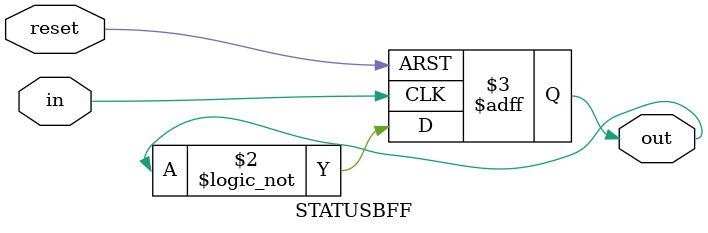
<source format=v>
module STATUS (
	BASECK, SVMOD, SVMODUSER, ALT1, SELFMODE, HLTST, STPST, CPURESETB, TRESET_B, WAITEXM,
	EVAOSCMCLK, CPUSCLK, CPUTMCLK, TCCONNECT_B, EACONNECT_B, TVDDON, TVDDSEL, TBTSELOUT,
	LEDTVDD_B, LEDCLOCK_B, LEDRUN_B, LEDRESET_B, LEDSTANDBY_B, LEDWAIT_B,
	WDOP, CPURD, CPUWR,
	MA15, MA14, MA13, MA12, MA11, MA10, MA9, MA8, MA7, MA6, MA5, MA4, MA3, MA2, MA1, MA0,
	MDW15, MDW14, MDW13, MDW12, MDW11, MDW10, MDW9, MDW8, MDW7, MDW6, MDW5, MDW4, MDW3, MDW2, MDW1, MDW0,
	STATEMDR15, STATEMDR14, STATEMDR13, STATEMDR12, STATEMDR11, STATEMDR10, STATEMDR9,STATEMDR8,
	STATEMDR7, STATEMDR6, STATEMDR5, STATEMDR4, STATEMDR3, STATEMDR2, STATEMDR1, STATEMDR0,
	ICEIFA31, ICEIFA30, ICEIFA29, ICEIFA28, ICEIFA27, ICEIFA26, ICEIFA25, ICEIFA24,
	ICEIFA23, ICEIFA22, ICEIFA21, ICEIFA20, ICEIFA19, ICEIFA18, ICEIFA17, ICEIFA16,
	ICEIFA15, ICEIFA14, ICEIFA13, ICEIFA12, ICEIFA11, ICEIFA10, ICEIFA9, ICEIFA8,
	ICEIFA7, ICEIFA6, ICEIFA5, ICEIFA4, ICEIFA3, ICEIFA2, ICEIFA1, ICEIFA0,
	ICEDI31, ICEDI30, ICEDI29, ICEDI28, ICEDI27, ICEDI26, ICEDI25, ICEDI24,
	ICEDI23, ICEDI22, ICEDI21, ICEDI20, ICEDI19, ICEDI18, ICEDI17, ICEDI16,
	ICEDI15, ICEDI14, ICEDI13, ICEDI12, ICEDI11, ICEDI10, ICEDI9, ICEDI8,
	ICEDI7, ICEDI6, ICEDI5, ICEDI4, ICEDI3, ICEDI2, ICEDI1, ICEDI0,
	ICEDO31, ICEDO30, ICEDO29, ICEDO28, ICEDO27, ICEDO26, ICEDO25, ICEDO24,
	ICEDO23, ICEDO22, ICEDO21, ICEDO20, ICEDO19, ICEDO18, ICEDO17, ICEDO16,
	ICEDO15, ICEDO14, ICEDO13, ICEDO12, ICEDO11, ICEDO10, ICEDO9, ICEDO8,
	ICEDO7, ICEDO6, ICEDO5, ICEDO4, ICEDO3, ICEDO2, ICEDO1, ICEDO0,
	ICEWR, CK60MHZ, SYSRSOUTB
);
	input	BASECK, SVMOD, SVMODUSER, ALT1, SELFMODE, HLTST, STPST, CPURESETB, TRESET_B, WAITEXM,
			EVAOSCMCLK, CPUSCLK, CPUTMCLK, TCCONNECT_B, EACONNECT_B, TVDDON;
	output	TVDDSEL;
	input   TBTSELOUT;
	output	LEDTVDD_B, LEDCLOCK_B, LEDRUN_B, LEDRESET_B, LEDSTANDBY_B, LEDWAIT_B;
	input	WDOP, CPURD, CPUWR;
	input	MA15, MA14, MA13, MA12, MA11, MA10, MA9, MA8, MA7, MA6, MA5, MA4, MA3, MA2, MA1, MA0;
	input	MDW15, MDW14, MDW13, MDW12, MDW11, MDW10, MDW9, MDW8,
			MDW7, MDW6, MDW5, MDW4, MDW3, MDW2, MDW1, MDW0;
	output	STATEMDR15, STATEMDR14, STATEMDR13, STATEMDR12, STATEMDR11, STATEMDR10, STATEMDR9,STATEMDR8,
			STATEMDR7, STATEMDR6, STATEMDR5, STATEMDR4, STATEMDR3, STATEMDR2, STATEMDR1, STATEMDR0;
	input	ICEIFA31, ICEIFA30, ICEIFA29, ICEIFA28, ICEIFA27, ICEIFA26, ICEIFA25, ICEIFA24,
			ICEIFA23, ICEIFA22, ICEIFA21, ICEIFA20, ICEIFA19, ICEIFA18, ICEIFA17, ICEIFA16,
			ICEIFA15, ICEIFA14, ICEIFA13, ICEIFA12, ICEIFA11, ICEIFA10, ICEIFA9, ICEIFA8,
			ICEIFA7, ICEIFA6, ICEIFA5, ICEIFA4, ICEIFA3, ICEIFA2, ICEIFA1, ICEIFA0;
	input   ICEDI31, ICEDI30, ICEDI29, ICEDI28, ICEDI27, ICEDI26, ICEDI25, ICEDI24,
			ICEDI23, ICEDI22, ICEDI21, ICEDI20, ICEDI19, ICEDI18, ICEDI17, ICEDI16,
			ICEDI15, ICEDI14, ICEDI13, ICEDI12, ICEDI11, ICEDI10, ICEDI9, ICEDI8,
			ICEDI7, ICEDI6, ICEDI5, ICEDI4, ICEDI3, ICEDI2, ICEDI1, ICEDI0;
	output	ICEDO31, ICEDO30, ICEDO29, ICEDO28, ICEDO27, ICEDO26, ICEDO25, ICEDO24,
			ICEDO23, ICEDO22, ICEDO21, ICEDO20, ICEDO19, ICEDO18, ICEDO17, ICEDO16,
			ICEDO15, ICEDO14, ICEDO13, ICEDO12, ICEDO11, ICEDO10, ICEDO9, ICEDO8,
			ICEDO7, ICEDO6, ICEDO5, ICEDO4, ICEDO3, ICEDO2, ICEDO1, ICEDO0;
	input	ICEWR, CK60MHZ, SYSRSOUTB;

	wire [31:0] iceifa, icedi;
	
//***************************************************************************************
//*Emulation Registor
//***************************************************************************************
	reg 		seliceck;		//ICE$B%\!<%I>e$NH/?64o$N%/%m%C%/8!=PA*Br!'(B1$BA*Br(B
	reg 		seltmck;		//$B%?!<%2%C%H$+$i$N%a%$%s%/%m%C%/8!=PA*Br!'(B1$BA*Br(B
	reg 		selbaseck;		//BASECK$B8!=PA*Br(B($B%G%U%)%k%H$O$3$l(B)$B!'(B1$BA*Br(B	
	wire [15:0] clock_cycle;
	wire		clock_cycle_st;
	reg			tvddsel;
//	reg			powdw; //$B;EMMJQ99$K$h$j2sO):o=|(B 2006.2.24
//***************************************************************************************
	wire 		clk_in;
	wire		sel_mcksel, sel_sys1;
	wire 		hostreg_sel, cpureg_sel;
//	wire		powdw_reset, set_powdw; //$B;EMMJQ99$K$h$j2sO):o=|(B 2006.2.24
//***************************************************************************************
	reg  [31:0] icedo;
	wire [15:0] ma;
	reg  [15:0] statemdr;
//***************************************************************************************

	assign iceifa = {ICEIFA31, ICEIFA30, ICEIFA29, ICEIFA28, ICEIFA27, ICEIFA26, ICEIFA25, ICEIFA24,
			ICEIFA23, ICEIFA22, ICEIFA21, ICEIFA20, ICEIFA19, ICEIFA18, ICEIFA17, ICEIFA16,
			ICEIFA15, ICEIFA14, ICEIFA13, ICEIFA12, ICEIFA11, ICEIFA10, ICEIFA9, ICEIFA8,
			ICEIFA7, ICEIFA6, ICEIFA5, ICEIFA4, ICEIFA3, ICEIFA2, ICEIFA1, ICEIFA0};
	assign icedi = {
		ICEDI31, ICEDI30, ICEDI29, ICEDI28, ICEDI27, ICEDI26, ICEDI25, ICEDI24,
		ICEDI23, ICEDI22, ICEDI21, ICEDI20, ICEDI19, ICEDI18, ICEDI17, ICEDI16,
		ICEDI15, ICEDI14, ICEDI13, ICEDI12, ICEDI11, ICEDI10, ICEDI9, ICEDI8,
		ICEDI7, ICEDI6, ICEDI5, ICEDI4, ICEDI3, ICEDI2, ICEDI1, ICEDI0};
	assign {ICEDO31, ICEDO30, ICEDO29, ICEDO28, ICEDO27, ICEDO26, ICEDO25, ICEDO24,
		ICEDO23, ICEDO22, ICEDO21, ICEDO20, ICEDO19, ICEDO18, ICEDO17, ICEDO16,
		ICEDO15, ICEDO14, ICEDO13, ICEDO12, ICEDO11, ICEDO10, ICEDO9, ICEDO8,
		ICEDO7, ICEDO6, ICEDO5, ICEDO4, ICEDO3, ICEDO2, ICEDO1, ICEDO0}
		= icedo;

	assign ma = {MA15, MA14, MA13, MA12, MA11, MA10, MA9, MA8, MA7, MA6, MA5, MA4, MA3, MA2, MA1, MA0};

	assign {STATEMDR15, STATEMDR14, STATEMDR13, STATEMDR12, STATEMDR11, STATEMDR10, STATEMDR9, STATEMDR8, 
			STATEMDR7, STATEMDR6, STATEMDR5, STATEMDR4, STATEMDR3, STATEMDR2, STATEMDR1, STATEMDR0} = statemdr;

//***************************************************************************************
	wire tbtselstate = TBTSELOUT;   //$B%V!<%H%9%o%C%W>uBV(B 1:SWAP (2006.1.18 $BDI2C(B)
	wire selfstate = SELFMODE;      //Selfmode State Signal 1:Self Mode
	wire sclkstate;                 //$B%5%V%/%m%C%/>uBV(B 0:$BDd;_(B
	wire mclkstate;                 //$B%a%$%s%/%m%C%/>uBV(B 0:$BDd;_(B
	wire cpurststate = !CPURESETB;  //CPU$B%j%;%C%H>uBV(B  0:$B2r=|(B
	wire uctcstate = TCCONNECT_B;   //TC($B%?!<%2%C%H(B)$B@\B3>uBV(B
	wire uceastate = EACONNECT_B;   //EA($BJQ49%"%@%W%?(B)$B@\B3>uBV(B
	wire uresetstate = !TRESET_B;   //$B%?!<%2%C%H%j%;%C%H>uBV(B  0:$B2r=|(B
	wire uvddlostate = TVDDON;      //$B%?!<%2%C%HEE8;2<0L%l%Y%k(B  0:$B@_DjCMFb(B
	wire waitstate;                 //$B%&%(%$%H>uBV(B  0:$B7QB38!=P$J$7(B
	wire stopstate;                 //$B%9%H%C%W>uBV(B  0:$B7QB38!=P$J$7(B
	wire haltstate;                 //$B%[%k%H>uBV(B  0:$B7QB38!=P$J$7(B
	wire irunstate = !SVMOD;        //$B%f!<%6!<(BRUN$BCf(B  0:SVMOD$BCf(B
	wire urunstate = !SVMODUSER;    //$B%f!<%6!<(BRUN$BCf(B  0:SVMOD$BCf(B($B$?$@$70l=V%V%l%$%/=|$/(B)
//***************************************************************************************
//*LED output
//***************************************************************************************
	assign LEDTVDD_B = !uvddlostate; 
	assign LEDCLOCK_B = mclkstate;
	assign LEDRUN_B = !urunstate;
	assign LEDRESET_B = !cpurststate;
	assign LEDSTANDBY_B = !(stopstate | haltstate);
	assign LEDWAIT_B = !waitstate;
//***************************************************************************************
//* CLOCK STATUS SELECT
//***************************************************************************************
	
	assign clk_in = (selbaseck) ? BASECK : (seltmck) ? CPUTMCLK : (seliceck) ? EVAOSCMCLK : 1'b0;

//***************************************************************************************
//Counter detect STOP, HALT, WAIT status value  over 2.63s
//***************************************************************************************

	STATUS3S waitst (.in(CK60MHZ), .out(waitstate), .reset(!WAITEXM) );
	STATUS3S hltst (.in(CK60MHZ), .out(haltstate), .reset(!HLTST) );
	STATUS3S stpst (.in(CK60MHZ), .out(stopstate), .reset(!STPST) );

//***************************************************************************************
//1.3ms($BLs(B1KHz)$B0J2<$N%/%m%C%/$rDd;_$H$_$J$9(B
//***************************************************************************************

	CLKSTATUS1K cpumclkst (.clkin(clk_in), .out(mclkstate), .ck60mhz(CK60MHZ));
	CLKSTATUS1K cpusclkst (.clkin(CPUSCLK), .out(sclkstate), .ck60mhz(CK60MHZ));

//***************************************************************************************
//$B%/%m%C%/<~GH?t8!=P2sO)(B
//***************************************************************************************

	STATUS_CLOCKSENCE clock_sence (.baseck(BASECK), .ck60mhz(CK60MHZ), .sysrsoutb(SYSRSOUTB),
			.hltst(HLTST), .stpst(STPST), .countbuf(clock_cycle), .data_set_end(clock_cycle_st) );

//***************************************************************************************
//*$B%l%8%9%?FI$_$@$7(B HOST
//***************************************************************************************
//*Emulation Registor HOST Address
//*STATEDET					0804_1000H
//*MCLKSEL					0804_1004H
//*BCKCYCLE and BCKCYCST	0804_1008H
//*SYS1						0804_100CH
//*PWSTATE					0804_1010H
//***************************************************************************************
	assign hostreg_sel = !ICEIFA31 & !ICEIFA30 & !ICEIFA29 & !ICEIFA28 &
	                      ICEIFA27 & !ICEIFA26 & !ICEIFA25 & !ICEIFA24 &
	                     !ICEIFA23 & !ICEIFA22 & !ICEIFA21 & !ICEIFA20 &
	                     !ICEIFA19 &  ICEIFA18 & !ICEIFA17 & !ICEIFA16 &
	                     !ICEIFA15 & !ICEIFA14 & !ICEIFA13 &  ICEIFA12;

	//$B;EMMJQ99$K$h$j%Q%o!<%@%&%s8!=P2sO):o=|(B (powdw$B$N:o=|(B)
	always @(iceifa or hostreg_sel or tbtselstate or selfstate or sclkstate or mclkstate or cpurststate or
             uctcstate or uceastate or uresetstate or uvddlostate or waitstate or stopstate or
             haltstate or irunstate or urunstate or clock_cycle_st or clock_cycle or seliceck or
             seltmck or selbaseck or tvddsel)begin
			casex({hostreg_sel, iceifa[4:2]})
				4'b1000 : icedo = {8'h00, 2'b00, tbtselstate, selfstate, !sclkstate, 2'b00, !mclkstate,
								  cpurststate, 4'b0000, uctcstate, uceastate, uresetstate,
								  1'b0, uvddlostate, waitstate, stopstate, haltstate, 1'b0,
								  irunstate, urunstate};
				4'b1001 : icedo = {28'h0000_000, 1'b0, seliceck, seltmck, selbaseck};
				4'b1010 : icedo = {12'h000, 3'b000, clock_cycle_st, clock_cycle};
				4'b1011 : icedo = {28'h0000_000, 3'b00, tvddsel};
				/*4'b1100 : icedo = {28'h0000_000, 3'b000, powdw};*/
				default icedo = 32'h0000_0000;
			endcase
	end

//***************************************************************************************
//MCKSEL and SYS1 registor wite
//***************************************************************************************
	assign sel_mcksel = hostreg_sel & (iceifa[4:2] == 3'b001);
	assign sel_sys1 = hostreg_sel & (iceifa[4:2] == 3'b011);
	always @(negedge ICEWR or negedge SYSRSOUTB) begin 
		if(!SYSRSOUTB) begin
			{seliceck, seltmck, selbaseck} <= 3'b001;
		end
		else if(sel_mcksel) begin
			{seliceck, seltmck, selbaseck} <= icedi[2:0];
		end
	end
	always @(negedge ICEWR or negedge SYSRSOUTB) begin 
		if(!SYSRSOUTB) begin
			tvddsel <= 1'b1;
		end
		else if(sel_sys1) begin
			tvddsel <= icedi[0];
		end
	end
	assign TVDDSEL = tvddsel;
//***************************************************************************************
//*POWER DOWN $B8!=P(B                              modyfy at 2006.1.18 taketoshi.ide@nms   *
//*                                             delete at 2006.2.24 taketoshi.ide@nms   *
//***************************************************************************************
//	assign powdw_reset = (hostreg_sel & ICEIFA4 & !ICEIFA3 & !ICEIFA2) ? ICEWR : !SYSRSOUTB;
//	assign set_powdw = !TVDDON & !SVMODUSER;
//	always @(posedge CK60MHZ or posedge powdw_reset) begin
//		if(powdw_reset) powdw <= 1'b0;
//		else if(set_powdw)powdw <= 1'b0;
//	end
//***************************************************************************************
//$B%l%8%9%?FI$_$@$7(B(CPU)
//***************************************************************************************
	assign cpureg_sel = SVMOD & !ALT1 & CPURD & (ma[15:4] == 12'hC04);
	always @(cpureg_sel or ma or clock_cycle_st or clock_cycle or WDOP) begin
			casex ({cpureg_sel, WDOP, ma[3:0]})
				6'b110000 : statemdr = clock_cycle[15:0];
				6'b100010 : statemdr = {15'b0, clock_cycle_st};
				default  : statemdr = 16'h0000;
			endcase
	end
endmodule


//***************************************************************************************//
//*$B%/%m%C%/%9%F!<%?%98!=P2sO)(B                                                           *//
//*78K0R modify at taketoshi.ide 2005/05/25                                             *//
//***************************************************************************************//
module CLKSTATUS1K(clkin, ck60mhz, out);
	input clkin, ck60mhz;
	output out;

	wire	clks, prs16;
	reg	clkm_p1, clkm_p2, out;

	always @(posedge ck60mhz) begin
		clkm_p1 <= clkin;
	end
	always @(posedge ck60mhz) begin
		clkm_p2 <= clkm_p1;
	end
	assign clks = clkm_p1 ^ clkm_p2;

	STATUSBFF bff1 (.in(ck60mhz), .out(prs1), .reset(clks) );	//20ns 16.6ns 60MHz
	STATUSBFF bff2 (.in(prs1), .out(prs2), .reset(clks) );		//40ns 33.3ns 30MHz
	STATUSBFF bff3 (.in(prs2), .out(prs3), .reset(clks) );		//80ns 66.6ns 15MHz
	STATUSBFF bff4 (.in(prs3), .out(prs4), .reset(clks) );		//160ns 133.3ns 7.5MHz
	STATUSBFF bff5 (.in(prs4), .out(prs5), .reset(clks) );		//320ns 266.6ns 3.75MHz
	STATUSBFF bff6 (.in(prs5), .out(prs6), .reset(clks) );		//640ns 1.875MHz
	STATUSBFF bff7 (.in(prs6), .out(prs7), .reset(clks) );		//1.28us 937.5KHz
	STATUSBFF bff8 (.in(prs7), .out(prs8), .reset(clks) );		//2.56us 468.75KHz
	STATUSBFF bff9 (.in(prs8), .out(prs9), .reset(clks) );		//5.12us 234.375KHz
	STATUSBFF bff10 (.in(prs9), .out(prs10), .reset(clks) );	//10.24us 117.1875KHz
	STATUSBFF bff11 (.in(prs10), .out(prs11), .reset(clks) );	//20.48us 58.59375KHz
	STATUSBFF bff12 (.in(prs11), .out(prs12), .reset(clks) );	//40.96us 29.296875KHz
	STATUSBFF bff13 (.in(prs12), .out(prs13), .reset(clks) );	//81.92us 14.6484375KHz
	STATUSBFF bff14 (.in(prs13), .out(prs14), .reset(clks) );	//163us 7.32421875KHz
	STATUSBFF bff15 (.in(prs14), .out(prs15), .reset(clks) );	//326us 3.662109375KHz
	STATUSBFF bff16 (.in(prs15), .out(prs16), .reset(clks) );	//652us 1.8310546875KHz
	always @(negedge prs16 or posedge clks) begin			//1.3ms 1.1ms(1.09ms) 916Hz(0.91552734375KHz)
		if (clks) out <= 1'b0;
		else      out <= 1'b1;
	end

endmodule

//***************************************************************************************//
//*$B?.9f>uBV8!=P2sO)(B                                                                     *//
//*78K0R modify at taketoshi.ide 2005/05/24                                             *//
//***************************************************************************************//
module STATUS3S(in, out, reset);
	input in, reset;
	output out;
	reg out;
	wire prs27;
	STATUSBFF bff1 (.in(in), .out(prs1), .reset(reset) );		//20ns
	STATUSBFF bff2 (.in(prs1), .out(prs2), .reset(reset) );		//40ns
	STATUSBFF bff3 (.in(prs2), .out(prs3), .reset(reset) );		//80ns
	STATUSBFF bff4 (.in(prs3), .out(prs4), .reset(reset) );		//160ns
	STATUSBFF bff5 (.in(prs4), .out(prs5), .reset(reset) );		//320ns
	STATUSBFF bff6 (.in(prs5), .out(prs6), .reset(reset) );		//640ns
	STATUSBFF bff7 (.in(prs6), .out(prs7), .reset(reset) );		//1.28us
	STATUSBFF bff8 (.in(prs7), .out(prs8), .reset(reset) );		//2.56us
	STATUSBFF bff9 (.in(prs8), .out(prs9), .reset(reset) );		//5.12us
	STATUSBFF bff10 (.in(prs9), .out(prs10), .reset(reset) );	//10.24us
	STATUSBFF bff11 (.in(prs10), .out(prs11), .reset(reset) );	//20.48us
	STATUSBFF bff12 (.in(prs11), .out(prs12), .reset(reset) );	//40.96us
	STATUSBFF bff13 (.in(prs12), .out(prs13), .reset(reset) );	//81.92us
	STATUSBFF bff14 (.in(prs13), .out(prs14), .reset(reset) );	//163us
	STATUSBFF bff15 (.in(prs14), .out(prs15), .reset(reset) );	//326us
	STATUSBFF bff16 (.in(prs15), .out(prs16), .reset(reset) );	//652us
	STATUSBFF bff17 (.in(prs16), .out(prs17), .reset(reset) );	//1.304ms
	STATUSBFF bff18 (.in(prs17), .out(prs18), .reset(reset) );	//2.6ms
	STATUSBFF bff19 (.in(prs18), .out(prs19), .reset(reset) );	//5.2ms
	STATUSBFF bff20 (.in(prs19), .out(prs20), .reset(reset) );	//10.4ms
	STATUSBFF bff21 (.in(prs20), .out(prs21), .reset(reset) );	//20.8ms
	STATUSBFF bff22 (.in(prs21), .out(prs22), .reset(reset) );	//41.6ms
	STATUSBFF bff23 (.in(prs22), .out(prs23), .reset(reset) );	//83.2ms
	STATUSBFF bff24 (.in(prs23), .out(prs24), .reset(reset) );	//166.4ms
	STATUSBFF bff25 (.in(prs24), .out(prs25), .reset(reset) );	//333ms
	STATUSBFF bff26 (.in(prs25), .out(prs26), .reset(reset) );	//666ms
	STATUSBFF bff27 (.in(prs26), .out(prs27), .reset(reset) );	//1.33s
	always @(negedge prs27 or posedge reset) begin			//2.66s
		if (reset) out <= 1'b0;
		else       out <= 1'b1;
	end

endmodule

//***************************************************************************************//
//*$B%/%m%C%/%;%s%92sO)(B                                                                   *//
//*60MHz$B$N%/%m%C%/(B2^16$B8D$NI}(B(1092266ns)$BCf$K(BBASECK$B$,2?%/%m%C%/F~$C$F$$$k$+$r%+%&%s%H$9$k(B *//
//*$B<~GH?t(B(MHz)$B!a%+%&%s%HCM!_(B60(MHz)/2^16                                                *//
//***************************************************************************************//
module STATUS_CLOCKSENCE (baseck, ck60mhz, sysrsoutb, hltst, stpst, countbuf, data_set_end);

	input		baseck, ck60mhz, sysrsoutb, hltst, stpst;
	output	[15:0]	countbuf;
	output		data_set_end;

	reg		start_eg1, start_eg2, bufen, data_set_end;
	reg		cpuhalf, fst1, fst2, clock_change;
	reg	[15:0]	count, countbuf;
	reg	[7:0]	cntf, cntfa;
	wire		start, prs16;

//***************************************************************************************
//*$B%/%m%C%/8!=P@)8fIt(B
//***************************************************************************************
	//2^16$B8D$NI}$G$"$kN)$A>e$,$j%(%C%88!=P2sO)(B
	always @(posedge baseck or negedge sysrsoutb) begin
		if (!sysrsoutb) begin
			start_eg1 <= 1'b0;
			start_eg2 <= 1'b0;
		end
		else begin
			start_eg1 <= prs16;
			start_eg2 <= start_eg1;
		end
	end
	assign start = start_eg1 & !start_eg2;

	//$B%+%&%s%?%P%C%U%!$K0\$90Y$N%?%$%_%s%0:n@.(B
	always @(posedge baseck or negedge sysrsoutb) begin
		if (!sysrsoutb) begin
			bufen <= 1'b0;
			data_set_end <= 1'b0;
		end
		else if (hltst | stpst | clock_change) begin
			bufen <= 1'b0;
			data_set_end <= 1'b0;
		end
		else if (start) begin
			if (!bufen) bufen <= 1'b1;
			else        data_set_end <= 1'b1;
		end
	end

	//BASECK$B$N%+%&%s%?:n@.(B
	always @(posedge baseck or negedge sysrsoutb) begin
		if (!sysrsoutb) count <= 16'h0000;
		else if (start) count <= 16'h0001;
		else            count <= count + 1;
	end

	//BASECK$B$N%+%&%s%?%P%C%U%!:n@.(B
	always @(posedge baseck or negedge sysrsoutb) begin
		if      (!sysrsoutb)    countbuf <= 16'h0000;
		else if (start & bufen) countbuf <= count;
	end

//***************************************************************************************
//$B!!(B60MHz$B%/%m%C%/$N(B2^16$BI}?.9f$N:n@.(B
//***************************************************************************************
	STATUSBFF bff1 (.in(ck60mhz), .out(prs1), .reset(!sysrsoutb) );	// 2^1
	STATUSBFF bff2  (.in(prs1),  .out(prs2),  .reset(!sysrsoutb) );	// 2^2
	STATUSBFF bff3  (.in(prs2),  .out(prs3),  .reset(!sysrsoutb) );	// 2^3
	STATUSBFF bff4  (.in(prs3),  .out(prs4),  .reset(!sysrsoutb) );	// 2^4
	STATUSBFF bff5  (.in(prs4),  .out(prs5),  .reset(!sysrsoutb) );	// 2^5
	STATUSBFF bff6  (.in(prs5),  .out(prs6),  .reset(!sysrsoutb) );	// 2^6
	STATUSBFF bff7  (.in(prs6),  .out(prs7),  .reset(!sysrsoutb) );	// 2^7
	STATUSBFF bff8  (.in(prs7),  .out(prs8),  .reset(!sysrsoutb) );	// 2^8
	STATUSBFF bff9  (.in(prs8),  .out(prs9),  .reset(!sysrsoutb) );	// 2^9
	STATUSBFF bff10 (.in(prs9),  .out(prs10), .reset(!sysrsoutb) );	// 2^10
	STATUSBFF bff11 (.in(prs10), .out(prs11), .reset(!sysrsoutb) );	// 2^11
	STATUSBFF bff12 (.in(prs11), .out(prs12), .reset(!sysrsoutb) );	// 2^12
	STATUSBFF bff13 (.in(prs12), .out(prs13), .reset(!sysrsoutb) );	// 2^13
	STATUSBFF bff14 (.in(prs13), .out(prs14), .reset(!sysrsoutb) );	// 2^14
	STATUSBFF bff15 (.in(prs14), .out(prs15), .reset(!sysrsoutb) );	// 2^15
	STATUSBFF bff16 (.in(prs15), .out(prs16), .reset(!sysrsoutb) );	// 2^16

//***************************************************************************************
//*$B%/%m%C%/$,JQ99$5$l$?;v$r8!=P$9$k2sO)(B
//***************************************************************************************
	//BASECK$B$N#2%/%m%C%/J,$NI}$r7W$k0Y$NJ,<~4|(B
	always @(posedge baseck or negedge sysrsoutb) begin
		if (!sysrsoutb) cpuhalf <= 1'b0;
		else            cpuhalf <= !cpuhalf;
	end

	//cpuhalf$B$r(BCK60MHz$B$GF14|$5$;$k!#(B
	always @(posedge ck60mhz or negedge sysrsoutb) begin
		if (!sysrsoutb) begin
			fst1 <= 1'b0;
			fst2 <= 1'b0;
		end
		else begin
			fst1 <= cpuhalf;
			fst2 <= fst1;
		end
	end

	//$B%+%&%s%?:n@.(B
	always @(posedge ck60mhz or negedge sysrsoutb) begin
		if      (!sysrsoutb)    cntf <= 8'h00;
		else if (fst1 & !fst2)  cntf <= 8'h00;
		else if (cntf != 8'hff) cntf <= cntf + 1;
	end

	//$B%+%&%s%?$N%P%C%U%!:n@.(B
	always @(posedge ck60mhz or negedge sysrsoutb) begin
		if      (!sysrsoutb)   cntfa <= 8'h00;
		else if (fst1 & !fst2) cntfa <= cntf;
	end

	//$B%/%m%C%/$,ESCf$G@Z$jBX$o$C$?;v$r<($9?.9f:n@.(B
	always @(posedge ck60mhz or negedge sysrsoutb) begin
		if      (!sysrsoutb)   clock_change <= 1'b0;
		else if (fst1 & !fst2) begin
			if (cntf > cntfa + 1 || cntf < cntfa -1) clock_change <= 1'b1;
			else                                     clock_change <= 1'b0;
		end
	end

endmodule

module STATUSBFF(in, out, reset);
	input in, reset;
	output out;
	reg out;
	always @(negedge in or posedge reset) begin
		if (reset) out <= 1'b0;
		else       out <= !out;
	end
endmodule


</source>
